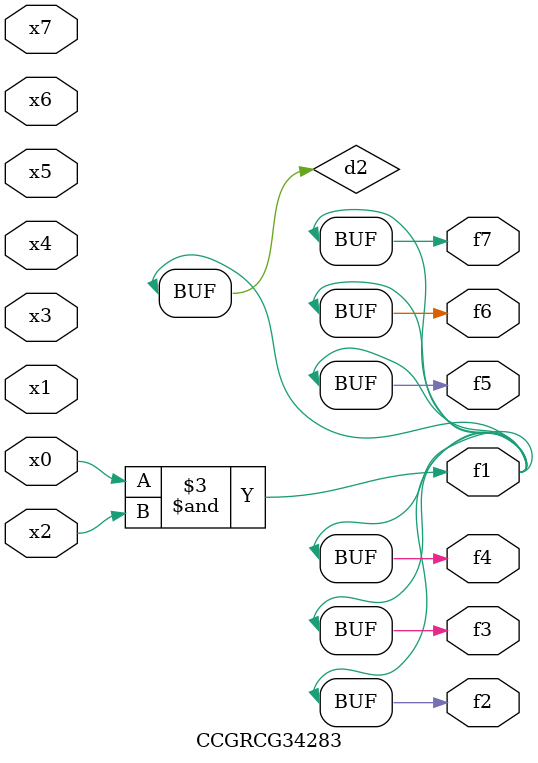
<source format=v>
module CCGRCG34283(
	input x0, x1, x2, x3, x4, x5, x6, x7,
	output f1, f2, f3, f4, f5, f6, f7
);

	wire d1, d2;

	nor (d1, x3, x6);
	and (d2, x0, x2);
	assign f1 = d2;
	assign f2 = d2;
	assign f3 = d2;
	assign f4 = d2;
	assign f5 = d2;
	assign f6 = d2;
	assign f7 = d2;
endmodule

</source>
